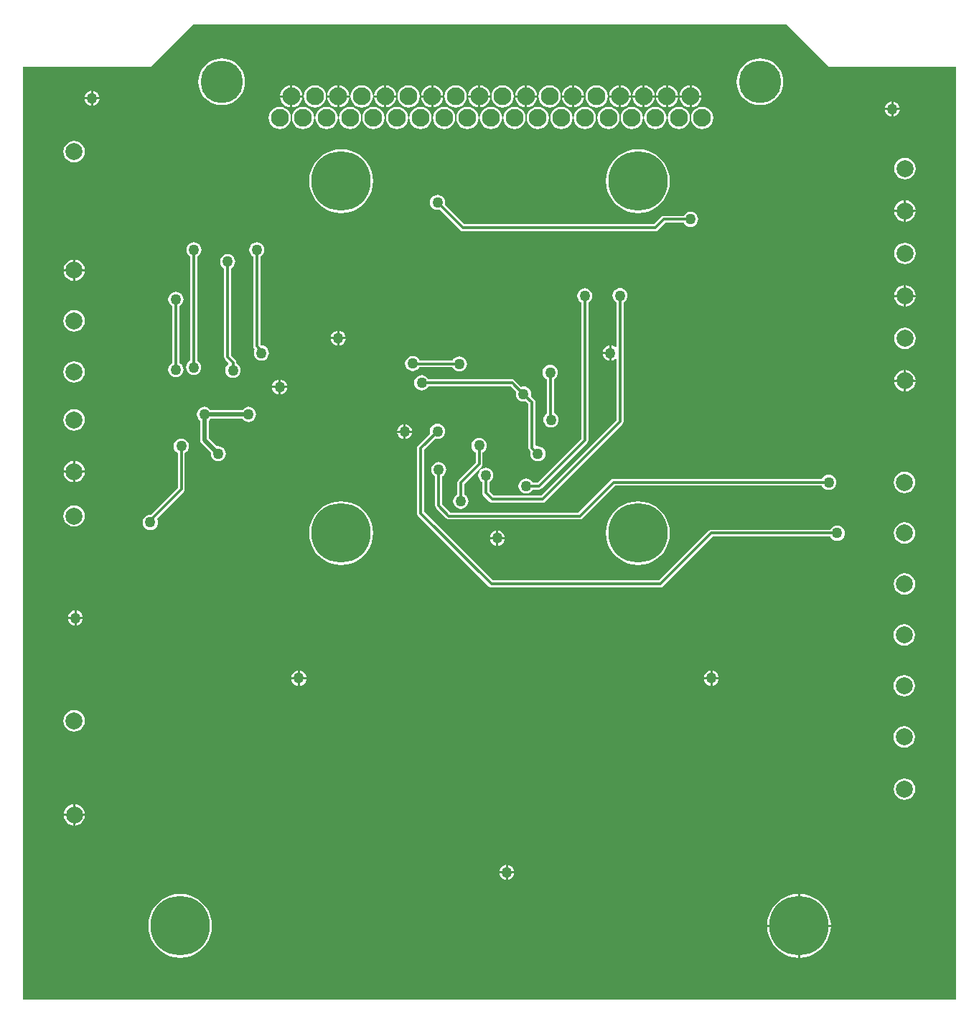
<source format=gbl>
G04*
G04 #@! TF.GenerationSoftware,Altium Limited,Altium Designer,19.0.9 (268)*
G04*
G04 Layer_Physical_Order=2*
G04 Layer_Color=16711680*
%FSLAX25Y25*%
%MOIN*%
G70*
G01*
G75*
%ADD32C,0.01181*%
%ADD33C,0.01968*%
%ADD34C,0.07874*%
%ADD35C,0.19685*%
%ADD36C,0.08268*%
%ADD37C,0.27559*%
%ADD38C,0.05000*%
G36*
X157480Y433071D02*
Y433071D01*
X216535D01*
X216535Y433071D01*
Y-0D01*
X-216535D01*
X-216535Y0D01*
Y433071D01*
X-157480D01*
X-157480Y433071D01*
X-137795Y452756D01*
Y452756D01*
X137795D01*
X157480Y433071D01*
D02*
G37*
%LPC*%
G36*
X71996Y424404D02*
Y419791D01*
X76608D01*
X76498Y420632D01*
X75981Y421880D01*
X75158Y422953D01*
X74085Y423776D01*
X72836Y424293D01*
X71996Y424404D01*
D02*
G37*
G36*
X17469D02*
Y419791D01*
X22081D01*
X21970Y420632D01*
X21453Y421880D01*
X20630Y422953D01*
X19558Y423776D01*
X18309Y424293D01*
X17469Y424404D01*
D02*
G37*
G36*
X70996Y424404D02*
X70156Y424293D01*
X68907Y423776D01*
X67835Y422953D01*
X67012Y421880D01*
X66494Y420632D01*
X66384Y419791D01*
X70996D01*
Y424404D01*
D02*
G37*
G36*
X16468D02*
X15628Y424293D01*
X14379Y423776D01*
X13307Y422953D01*
X12484Y421880D01*
X11967Y420632D01*
X11856Y419791D01*
X16468D01*
Y424404D01*
D02*
G37*
G36*
X82902Y424404D02*
Y419791D01*
X87514D01*
X87403Y420632D01*
X86886Y421880D01*
X86063Y422953D01*
X84991Y423776D01*
X83742Y424293D01*
X82902Y424404D01*
D02*
G37*
G36*
X61090D02*
Y419791D01*
X65703D01*
X65592Y420632D01*
X65075Y421880D01*
X64252Y422953D01*
X63180Y423776D01*
X61931Y424293D01*
X61090Y424404D01*
D02*
G37*
G36*
X-26154D02*
Y419791D01*
X-21541D01*
X-21652Y420632D01*
X-22169Y421880D01*
X-22992Y422953D01*
X-24064Y423776D01*
X-25313Y424293D01*
X-26154Y424404D01*
D02*
G37*
G36*
X-47965D02*
Y419791D01*
X-43352D01*
X-43463Y420632D01*
X-43980Y421880D01*
X-44803Y422953D01*
X-45875Y423776D01*
X-47124Y424293D01*
X-47965Y424404D01*
D02*
G37*
G36*
X-69776D02*
Y419791D01*
X-65163D01*
X-65274Y420632D01*
X-65791Y421880D01*
X-66614Y422953D01*
X-67686Y423776D01*
X-68935Y424293D01*
X-69776Y424404D01*
D02*
G37*
G36*
X-91587D02*
Y419791D01*
X-86974D01*
X-87085Y420632D01*
X-87602Y421880D01*
X-88425Y422953D01*
X-89498Y423776D01*
X-90746Y424293D01*
X-91587Y424404D01*
D02*
G37*
G36*
X-48965Y424404D02*
X-49805Y424293D01*
X-51054Y423776D01*
X-52126Y422953D01*
X-52949Y421880D01*
X-53466Y420632D01*
X-53577Y419791D01*
X-48965D01*
Y424404D01*
D02*
G37*
G36*
X-70776D02*
X-71616Y424293D01*
X-72865Y423776D01*
X-73937Y422953D01*
X-74760Y421880D01*
X-75277Y420632D01*
X-75388Y419791D01*
X-70776D01*
Y424404D01*
D02*
G37*
G36*
X-92587D02*
X-93427Y424293D01*
X-94676Y423776D01*
X-95748Y422953D01*
X-96571Y421880D01*
X-97088Y420632D01*
X-97199Y419791D01*
X-92587D01*
Y424404D01*
D02*
G37*
G36*
X-27154D02*
X-27994Y424293D01*
X-29243Y423776D01*
X-30315Y422953D01*
X-31138Y421880D01*
X-31655Y420632D01*
X-31766Y419791D01*
X-27154D01*
Y424404D01*
D02*
G37*
G36*
X60091D02*
X59250Y424293D01*
X58002Y423776D01*
X56929Y422953D01*
X56106Y421880D01*
X55589Y420632D01*
X55478Y419791D01*
X60091D01*
Y424404D01*
D02*
G37*
G36*
X81902D02*
X81061Y424293D01*
X79813Y423776D01*
X78740Y422953D01*
X77917Y421880D01*
X77400Y420632D01*
X77289Y419791D01*
X81902D01*
Y424404D01*
D02*
G37*
G36*
X93807Y424404D02*
Y419791D01*
X98419D01*
X98309Y420632D01*
X97791Y421880D01*
X96969Y422953D01*
X95896Y423776D01*
X94647Y424293D01*
X93807Y424404D01*
D02*
G37*
G36*
X39279D02*
Y419791D01*
X43892D01*
X43781Y420632D01*
X43264Y421880D01*
X42441Y422953D01*
X41369Y423776D01*
X40120Y424293D01*
X39279Y424404D01*
D02*
G37*
G36*
X-4343D02*
Y419791D01*
X270D01*
X159Y420632D01*
X-358Y421880D01*
X-1181Y422953D01*
X-2253Y423776D01*
X-3502Y424293D01*
X-4343Y424404D01*
D02*
G37*
G36*
X38280Y424404D02*
X37439Y424293D01*
X36191Y423776D01*
X35118Y422953D01*
X34295Y421880D01*
X33778Y420632D01*
X33667Y419791D01*
X38280D01*
Y424404D01*
D02*
G37*
G36*
X-5342D02*
X-6183Y424293D01*
X-7432Y423776D01*
X-8504Y422953D01*
X-9327Y421880D01*
X-9844Y420632D01*
X-9955Y419791D01*
X-5342D01*
Y424404D01*
D02*
G37*
G36*
X92807D02*
X91967Y424293D01*
X90718Y423776D01*
X89646Y422953D01*
X88823Y421880D01*
X88305Y420632D01*
X88195Y419791D01*
X92807D01*
Y424404D01*
D02*
G37*
G36*
X-184130Y421876D02*
Y418912D01*
X-181166D01*
X-181220Y419325D01*
X-181573Y420177D01*
X-182134Y420908D01*
X-182865Y421469D01*
X-183716Y421822D01*
X-184130Y421876D01*
D02*
G37*
G36*
X-185130D02*
X-185544Y421822D01*
X-186395Y421469D01*
X-187126Y420908D01*
X-187687Y420177D01*
X-188040Y419325D01*
X-188094Y418912D01*
X-185130D01*
Y421876D01*
D02*
G37*
G36*
X125591Y436978D02*
X123889Y436844D01*
X122230Y436446D01*
X120653Y435793D01*
X119198Y434901D01*
X117900Y433793D01*
X116792Y432495D01*
X115900Y431040D01*
X115247Y429463D01*
X114848Y427804D01*
X114715Y426102D01*
X114848Y424401D01*
X115247Y422742D01*
X115900Y421165D01*
X116792Y419710D01*
X117900Y418412D01*
X119198Y417303D01*
X120653Y416412D01*
X122230Y415759D01*
X123889Y415360D01*
X125591Y415226D01*
X127292Y415360D01*
X128951Y415759D01*
X130528Y416412D01*
X131983Y417303D01*
X133281Y418412D01*
X134389Y419710D01*
X135281Y421165D01*
X135934Y422742D01*
X136333Y424401D01*
X136467Y426102D01*
X136333Y427804D01*
X135934Y429463D01*
X135281Y431040D01*
X134389Y432495D01*
X133281Y433793D01*
X131983Y434901D01*
X130528Y435793D01*
X128951Y436446D01*
X127292Y436844D01*
X125591Y436978D01*
D02*
G37*
G36*
X-124449D02*
X-126150Y436844D01*
X-127810Y436446D01*
X-129386Y435793D01*
X-130842Y434901D01*
X-132139Y433793D01*
X-133248Y432495D01*
X-134139Y431040D01*
X-134792Y429463D01*
X-135191Y427804D01*
X-135325Y426102D01*
X-135191Y424401D01*
X-134792Y422742D01*
X-134139Y421165D01*
X-133248Y419710D01*
X-132139Y418412D01*
X-130842Y417303D01*
X-129386Y416412D01*
X-127810Y415759D01*
X-126150Y415360D01*
X-124449Y415226D01*
X-122747Y415360D01*
X-121088Y415759D01*
X-119511Y416412D01*
X-118056Y417303D01*
X-116758Y418412D01*
X-115650Y419710D01*
X-114758Y421165D01*
X-114105Y422742D01*
X-113707Y424401D01*
X-113573Y426102D01*
X-113707Y427804D01*
X-114105Y429463D01*
X-114758Y431040D01*
X-115650Y432495D01*
X-116758Y433793D01*
X-118056Y434901D01*
X-119511Y435793D01*
X-121088Y436446D01*
X-122747Y436844D01*
X-124449Y436978D01*
D02*
G37*
G36*
X-181166Y417912D02*
X-184130D01*
Y414948D01*
X-183716Y415002D01*
X-182865Y415355D01*
X-182134Y415916D01*
X-181573Y416647D01*
X-181220Y417498D01*
X-181166Y417912D01*
D02*
G37*
G36*
X-185130D02*
X-188094D01*
X-188040Y417498D01*
X-187687Y416647D01*
X-187126Y415916D01*
X-186395Y415355D01*
X-185544Y415002D01*
X-185130Y414948D01*
Y417912D01*
D02*
G37*
G36*
X-5342Y418791D02*
X-9955D01*
X-9844Y417951D01*
X-9327Y416702D01*
X-8504Y415630D01*
X-7432Y414807D01*
X-6183Y414290D01*
X-5342Y414179D01*
Y418791D01*
D02*
G37*
G36*
X38280D02*
X33667D01*
X33778Y417951D01*
X34295Y416702D01*
X35118Y415630D01*
X36191Y414807D01*
X37439Y414290D01*
X38280Y414179D01*
Y418791D01*
D02*
G37*
G36*
X92807D02*
X88195D01*
X88305Y417951D01*
X88823Y416702D01*
X89646Y415630D01*
X90718Y414807D01*
X91967Y414290D01*
X92807Y414179D01*
Y418791D01*
D02*
G37*
G36*
X-48965Y418791D02*
X-53577D01*
X-53466Y417951D01*
X-52949Y416702D01*
X-52126Y415630D01*
X-51054Y414807D01*
X-49805Y414290D01*
X-48965Y414179D01*
Y418791D01*
D02*
G37*
G36*
X-70776D02*
X-75388D01*
X-75277Y417951D01*
X-74760Y416702D01*
X-73937Y415630D01*
X-72865Y414807D01*
X-71616Y414290D01*
X-70776Y414179D01*
Y418791D01*
D02*
G37*
G36*
X-92587D02*
X-97199D01*
X-97088Y417951D01*
X-96571Y416702D01*
X-95748Y415630D01*
X-94676Y414807D01*
X-93427Y414290D01*
X-92587Y414179D01*
Y418791D01*
D02*
G37*
G36*
X81902D02*
X77289D01*
X77400Y417951D01*
X77917Y416702D01*
X78740Y415630D01*
X79813Y414807D01*
X81061Y414290D01*
X81902Y414179D01*
Y418791D01*
D02*
G37*
G36*
X60091D02*
X55478D01*
X55589Y417951D01*
X56106Y416702D01*
X56929Y415630D01*
X58002Y414807D01*
X59250Y414290D01*
X60091Y414179D01*
Y418791D01*
D02*
G37*
G36*
X-27154D02*
X-31766D01*
X-31655Y417951D01*
X-31138Y416702D01*
X-30315Y415630D01*
X-29243Y414807D01*
X-27994Y414290D01*
X-27154Y414179D01*
Y418791D01*
D02*
G37*
G36*
X70996Y418791D02*
X66384D01*
X66494Y417951D01*
X67012Y416702D01*
X67835Y415630D01*
X68907Y414807D01*
X70156Y414290D01*
X70996Y414179D01*
Y418791D01*
D02*
G37*
G36*
X16468D02*
X11856D01*
X11967Y417951D01*
X12484Y416702D01*
X13307Y415630D01*
X14379Y414807D01*
X15628Y414290D01*
X16468Y414179D01*
Y418791D01*
D02*
G37*
G36*
X22081D02*
X17469D01*
Y414179D01*
X18309Y414290D01*
X19558Y414807D01*
X20630Y415630D01*
X21453Y416702D01*
X21970Y417951D01*
X22081Y418791D01*
D02*
G37*
G36*
X76608D02*
X71996D01*
Y414179D01*
X72836Y414290D01*
X74085Y414807D01*
X75158Y415630D01*
X75981Y416702D01*
X76498Y417951D01*
X76608Y418791D01*
D02*
G37*
G36*
X87514Y418791D02*
X82902D01*
Y414179D01*
X83742Y414290D01*
X84991Y414807D01*
X86063Y415630D01*
X86886Y416702D01*
X87403Y417951D01*
X87514Y418791D01*
D02*
G37*
G36*
X65703D02*
X61090D01*
Y414179D01*
X61931Y414290D01*
X63180Y414807D01*
X64252Y415630D01*
X65075Y416702D01*
X65592Y417951D01*
X65703Y418791D01*
D02*
G37*
G36*
X-21541D02*
X-26154D01*
Y414179D01*
X-25313Y414290D01*
X-24064Y414807D01*
X-22992Y415630D01*
X-22169Y416702D01*
X-21652Y417951D01*
X-21541Y418791D01*
D02*
G37*
G36*
X-43352D02*
X-47965D01*
Y414179D01*
X-47124Y414290D01*
X-45875Y414807D01*
X-44803Y415630D01*
X-43980Y416702D01*
X-43463Y417951D01*
X-43352Y418791D01*
D02*
G37*
G36*
X-65163D02*
X-69776D01*
Y414179D01*
X-68935Y414290D01*
X-67686Y414807D01*
X-66614Y415630D01*
X-65791Y416702D01*
X-65274Y417951D01*
X-65163Y418791D01*
D02*
G37*
G36*
X-86974D02*
X-91587D01*
Y414179D01*
X-90746Y414290D01*
X-89498Y414807D01*
X-88425Y415630D01*
X-87602Y416702D01*
X-87085Y417951D01*
X-86974Y418791D01*
D02*
G37*
G36*
X98419Y418791D02*
X93807D01*
Y414179D01*
X94647Y414290D01*
X95896Y414807D01*
X96969Y415630D01*
X97791Y416702D01*
X98309Y417951D01*
X98419Y418791D01*
D02*
G37*
G36*
X43892D02*
X39279D01*
Y414179D01*
X40120Y414290D01*
X41369Y414807D01*
X42441Y415630D01*
X43264Y416702D01*
X43781Y417951D01*
X43892Y418791D01*
D02*
G37*
G36*
X270D02*
X-4343D01*
Y414179D01*
X-3502Y414290D01*
X-2253Y414807D01*
X-1181Y415630D01*
X-358Y416702D01*
X159Y417951D01*
X270Y418791D01*
D02*
G37*
G36*
X49685Y424470D02*
X48345Y424293D01*
X47096Y423776D01*
X46024Y422953D01*
X45201Y421880D01*
X44683Y420632D01*
X44507Y419291D01*
X44683Y417951D01*
X45201Y416702D01*
X46024Y415630D01*
X47096Y414807D01*
X48345Y414290D01*
X49685Y414113D01*
X51025Y414290D01*
X52274Y414807D01*
X53347Y415630D01*
X54169Y416702D01*
X54687Y417951D01*
X54863Y419291D01*
X54687Y420632D01*
X54169Y421880D01*
X53347Y422953D01*
X52274Y423776D01*
X51025Y424293D01*
X49685Y424470D01*
D02*
G37*
G36*
X27874D02*
X26534Y424293D01*
X25285Y423776D01*
X24213Y422953D01*
X23390Y421880D01*
X22872Y420632D01*
X22696Y419291D01*
X22872Y417951D01*
X23390Y416702D01*
X24213Y415630D01*
X25285Y414807D01*
X26534Y414290D01*
X27874Y414113D01*
X29214Y414290D01*
X30463Y414807D01*
X31536Y415630D01*
X32358Y416702D01*
X32876Y417951D01*
X33052Y419291D01*
X32876Y420632D01*
X32358Y421880D01*
X31536Y422953D01*
X30463Y423776D01*
X29214Y424293D01*
X27874Y424470D01*
D02*
G37*
G36*
X6063D02*
X4723Y424293D01*
X3474Y423776D01*
X2402Y422953D01*
X1579Y421880D01*
X1061Y420632D01*
X885Y419291D01*
X1061Y417951D01*
X1579Y416702D01*
X2402Y415630D01*
X3474Y414807D01*
X4723Y414290D01*
X6063Y414113D01*
X7403Y414290D01*
X8652Y414807D01*
X9725Y415630D01*
X10547Y416702D01*
X11065Y417951D01*
X11241Y419291D01*
X11065Y420632D01*
X10547Y421880D01*
X9725Y422953D01*
X8652Y423776D01*
X7403Y424293D01*
X6063Y424470D01*
D02*
G37*
G36*
X-15748D02*
X-17088Y424293D01*
X-18337Y423776D01*
X-19410Y422953D01*
X-20232Y421880D01*
X-20750Y420632D01*
X-20926Y419291D01*
X-20750Y417951D01*
X-20232Y416702D01*
X-19410Y415630D01*
X-18337Y414807D01*
X-17088Y414290D01*
X-15748Y414113D01*
X-14408Y414290D01*
X-13159Y414807D01*
X-12087Y415630D01*
X-11264Y416702D01*
X-10746Y417951D01*
X-10570Y419291D01*
X-10746Y420632D01*
X-11264Y421880D01*
X-12087Y422953D01*
X-13159Y423776D01*
X-14408Y424293D01*
X-15748Y424470D01*
D02*
G37*
G36*
X-37559D02*
X-38899Y424293D01*
X-40148Y423776D01*
X-41221Y422953D01*
X-42044Y421880D01*
X-42561Y420632D01*
X-42737Y419291D01*
X-42561Y417951D01*
X-42044Y416702D01*
X-41221Y415630D01*
X-40148Y414807D01*
X-38899Y414290D01*
X-37559Y414113D01*
X-36219Y414290D01*
X-34970Y414807D01*
X-33898Y415630D01*
X-33075Y416702D01*
X-32557Y417951D01*
X-32381Y419291D01*
X-32557Y420632D01*
X-33075Y421880D01*
X-33898Y422953D01*
X-34970Y423776D01*
X-36219Y424293D01*
X-37559Y424470D01*
D02*
G37*
G36*
X-59370D02*
X-60710Y424293D01*
X-61959Y423776D01*
X-63032Y422953D01*
X-63854Y421880D01*
X-64372Y420632D01*
X-64548Y419291D01*
X-64372Y417951D01*
X-63854Y416702D01*
X-63032Y415630D01*
X-61959Y414807D01*
X-60710Y414290D01*
X-59370Y414113D01*
X-58030Y414290D01*
X-56781Y414807D01*
X-55709Y415630D01*
X-54886Y416702D01*
X-54368Y417951D01*
X-54192Y419291D01*
X-54368Y420632D01*
X-54886Y421880D01*
X-55709Y422953D01*
X-56781Y423776D01*
X-58030Y424293D01*
X-59370Y424470D01*
D02*
G37*
G36*
X-81181D02*
X-82521Y424293D01*
X-83770Y423776D01*
X-84843Y422953D01*
X-85666Y421880D01*
X-86183Y420632D01*
X-86359Y419291D01*
X-86183Y417951D01*
X-85666Y416702D01*
X-84843Y415630D01*
X-83770Y414807D01*
X-82521Y414290D01*
X-81181Y414113D01*
X-79841Y414290D01*
X-78592Y414807D01*
X-77520Y415630D01*
X-76697Y416702D01*
X-76179Y417951D01*
X-76003Y419291D01*
X-76179Y420632D01*
X-76697Y421880D01*
X-77520Y422953D01*
X-78592Y423776D01*
X-79841Y424293D01*
X-81181Y424470D01*
D02*
G37*
G36*
X187508Y416850D02*
Y413886D01*
X190472D01*
X190418Y414299D01*
X190065Y415151D01*
X189504Y415882D01*
X188773Y416443D01*
X187922Y416796D01*
X187508Y416850D01*
D02*
G37*
G36*
X186508D02*
X186094Y416796D01*
X185243Y416443D01*
X184512Y415882D01*
X183951Y415151D01*
X183598Y414299D01*
X183544Y413886D01*
X186508D01*
Y416850D01*
D02*
G37*
G36*
X190472Y412886D02*
X187508D01*
Y409922D01*
X187922Y409976D01*
X188773Y410329D01*
X189504Y410890D01*
X190065Y411621D01*
X190418Y412472D01*
X190472Y412886D01*
D02*
G37*
G36*
X186508D02*
X183544D01*
X183598Y412472D01*
X183951Y411621D01*
X184512Y410890D01*
X185243Y410329D01*
X186094Y409976D01*
X186508Y409922D01*
Y412886D01*
D02*
G37*
G36*
X98779Y414469D02*
X97439Y414293D01*
X96191Y413776D01*
X95118Y412953D01*
X94295Y411880D01*
X93778Y410632D01*
X93601Y409291D01*
X93778Y407951D01*
X94295Y406702D01*
X95118Y405630D01*
X96191Y404807D01*
X97439Y404290D01*
X98779Y404113D01*
X100120Y404290D01*
X101369Y404807D01*
X102441Y405630D01*
X103264Y406702D01*
X103781Y407951D01*
X103958Y409291D01*
X103781Y410632D01*
X103264Y411880D01*
X102441Y412953D01*
X101369Y413776D01*
X100120Y414293D01*
X98779Y414469D01*
D02*
G37*
G36*
X87874D02*
X86534Y414293D01*
X85285Y413776D01*
X84212Y412953D01*
X83390Y411880D01*
X82872Y410632D01*
X82696Y409291D01*
X82872Y407951D01*
X83390Y406702D01*
X84212Y405630D01*
X85285Y404807D01*
X86534Y404290D01*
X87874Y404113D01*
X89214Y404290D01*
X90463Y404807D01*
X91536Y405630D01*
X92358Y406702D01*
X92876Y407951D01*
X93052Y409291D01*
X92876Y410632D01*
X92358Y411880D01*
X91536Y412953D01*
X90463Y413776D01*
X89214Y414293D01*
X87874Y414469D01*
D02*
G37*
G36*
X76968D02*
X75628Y414293D01*
X74379Y413776D01*
X73307Y412953D01*
X72484Y411880D01*
X71967Y410632D01*
X71790Y409291D01*
X71967Y407951D01*
X72484Y406702D01*
X73307Y405630D01*
X74379Y404807D01*
X75628Y404290D01*
X76968Y404113D01*
X78309Y404290D01*
X79558Y404807D01*
X80630Y405630D01*
X81453Y406702D01*
X81970Y407951D01*
X82147Y409291D01*
X81970Y410632D01*
X81453Y411880D01*
X80630Y412953D01*
X79558Y413776D01*
X78309Y414293D01*
X76968Y414469D01*
D02*
G37*
G36*
X66063D02*
X64723Y414293D01*
X63474Y413776D01*
X62401Y412953D01*
X61579Y411880D01*
X61061Y410632D01*
X60885Y409291D01*
X61061Y407951D01*
X61579Y406702D01*
X62401Y405630D01*
X63474Y404807D01*
X64723Y404290D01*
X66063Y404113D01*
X67403Y404290D01*
X68652Y404807D01*
X69725Y405630D01*
X70547Y406702D01*
X71065Y407951D01*
X71241Y409291D01*
X71065Y410632D01*
X70547Y411880D01*
X69725Y412953D01*
X68652Y413776D01*
X67403Y414293D01*
X66063Y414469D01*
D02*
G37*
G36*
X55158D02*
X53817Y414293D01*
X52568Y413776D01*
X51496Y412953D01*
X50673Y411880D01*
X50156Y410632D01*
X49979Y409291D01*
X50156Y407951D01*
X50673Y406702D01*
X51496Y405630D01*
X52568Y404807D01*
X53817Y404290D01*
X55158Y404113D01*
X56498Y404290D01*
X57747Y404807D01*
X58819Y405630D01*
X59642Y406702D01*
X60159Y407951D01*
X60336Y409291D01*
X60159Y410632D01*
X59642Y411880D01*
X58819Y412953D01*
X57747Y413776D01*
X56498Y414293D01*
X55158Y414469D01*
D02*
G37*
G36*
X44252D02*
X42912Y414293D01*
X41663Y413776D01*
X40591Y412953D01*
X39768Y411880D01*
X39250Y410632D01*
X39074Y409291D01*
X39250Y407951D01*
X39768Y406702D01*
X40591Y405630D01*
X41663Y404807D01*
X42912Y404290D01*
X44252Y404113D01*
X45592Y404290D01*
X46841Y404807D01*
X47914Y405630D01*
X48736Y406702D01*
X49254Y407951D01*
X49430Y409291D01*
X49254Y410632D01*
X48736Y411880D01*
X47914Y412953D01*
X46841Y413776D01*
X45592Y414293D01*
X44252Y414469D01*
D02*
G37*
G36*
X33347D02*
X32006Y414293D01*
X30757Y413776D01*
X29685Y412953D01*
X28862Y411880D01*
X28345Y410632D01*
X28168Y409291D01*
X28345Y407951D01*
X28862Y406702D01*
X29685Y405630D01*
X30757Y404807D01*
X32006Y404290D01*
X33347Y404113D01*
X34687Y404290D01*
X35936Y404807D01*
X37008Y405630D01*
X37831Y406702D01*
X38348Y407951D01*
X38525Y409291D01*
X38348Y410632D01*
X37831Y411880D01*
X37008Y412953D01*
X35936Y413776D01*
X34687Y414293D01*
X33347Y414469D01*
D02*
G37*
G36*
X22441D02*
X21101Y414293D01*
X19852Y413776D01*
X18779Y412953D01*
X17956Y411880D01*
X17439Y410632D01*
X17263Y409291D01*
X17439Y407951D01*
X17956Y406702D01*
X18779Y405630D01*
X19852Y404807D01*
X21101Y404290D01*
X22441Y404113D01*
X23781Y404290D01*
X25030Y404807D01*
X26103Y405630D01*
X26925Y406702D01*
X27443Y407951D01*
X27619Y409291D01*
X27443Y410632D01*
X26925Y411880D01*
X26103Y412953D01*
X25030Y413776D01*
X23781Y414293D01*
X22441Y414469D01*
D02*
G37*
G36*
X11535D02*
X10195Y414293D01*
X8946Y413776D01*
X7874Y412953D01*
X7051Y411880D01*
X6534Y410632D01*
X6357Y409291D01*
X6534Y407951D01*
X7051Y406702D01*
X7874Y405630D01*
X8946Y404807D01*
X10195Y404290D01*
X11535Y404113D01*
X12876Y404290D01*
X14124Y404807D01*
X15197Y405630D01*
X16020Y406702D01*
X16537Y407951D01*
X16714Y409291D01*
X16537Y410632D01*
X16020Y411880D01*
X15197Y412953D01*
X14124Y413776D01*
X12876Y414293D01*
X11535Y414469D01*
D02*
G37*
G36*
X630D02*
X-710Y414293D01*
X-1959Y413776D01*
X-3032Y412953D01*
X-3855Y411880D01*
X-4372Y410632D01*
X-4548Y409291D01*
X-4372Y407951D01*
X-3855Y406702D01*
X-3032Y405630D01*
X-1959Y404807D01*
X-710Y404290D01*
X630Y404113D01*
X1970Y404290D01*
X3219Y404807D01*
X4291Y405630D01*
X5114Y406702D01*
X5632Y407951D01*
X5808Y409291D01*
X5632Y410632D01*
X5114Y411880D01*
X4291Y412953D01*
X3219Y413776D01*
X1970Y414293D01*
X630Y414469D01*
D02*
G37*
G36*
X-10276D02*
X-11616Y414293D01*
X-12865Y413776D01*
X-13937Y412953D01*
X-14760Y411880D01*
X-15277Y410632D01*
X-15454Y409291D01*
X-15277Y407951D01*
X-14760Y406702D01*
X-13937Y405630D01*
X-12865Y404807D01*
X-11616Y404290D01*
X-10276Y404113D01*
X-8935Y404290D01*
X-7687Y404807D01*
X-6614Y405630D01*
X-5791Y406702D01*
X-5274Y407951D01*
X-5097Y409291D01*
X-5274Y410632D01*
X-5791Y411880D01*
X-6614Y412953D01*
X-7687Y413776D01*
X-8935Y414293D01*
X-10276Y414469D01*
D02*
G37*
G36*
X-21181D02*
X-22521Y414293D01*
X-23770Y413776D01*
X-24843Y412953D01*
X-25666Y411880D01*
X-26183Y410632D01*
X-26359Y409291D01*
X-26183Y407951D01*
X-25666Y406702D01*
X-24843Y405630D01*
X-23770Y404807D01*
X-22521Y404290D01*
X-21181Y404113D01*
X-19841Y404290D01*
X-18592Y404807D01*
X-17520Y405630D01*
X-16697Y406702D01*
X-16179Y407951D01*
X-16003Y409291D01*
X-16179Y410632D01*
X-16697Y411880D01*
X-17520Y412953D01*
X-18592Y413776D01*
X-19841Y414293D01*
X-21181Y414469D01*
D02*
G37*
G36*
X-32087D02*
X-33427Y414293D01*
X-34676Y413776D01*
X-35748Y412953D01*
X-36571Y411880D01*
X-37088Y410632D01*
X-37265Y409291D01*
X-37088Y407951D01*
X-36571Y406702D01*
X-35748Y405630D01*
X-34676Y404807D01*
X-33427Y404290D01*
X-32087Y404113D01*
X-30746Y404290D01*
X-29498Y404807D01*
X-28425Y405630D01*
X-27602Y406702D01*
X-27085Y407951D01*
X-26908Y409291D01*
X-27085Y410632D01*
X-27602Y411880D01*
X-28425Y412953D01*
X-29498Y413776D01*
X-30746Y414293D01*
X-32087Y414469D01*
D02*
G37*
G36*
X-42992D02*
X-44332Y414293D01*
X-45581Y413776D01*
X-46654Y412953D01*
X-47477Y411880D01*
X-47994Y410632D01*
X-48170Y409291D01*
X-47994Y407951D01*
X-47477Y406702D01*
X-46654Y405630D01*
X-45581Y404807D01*
X-44332Y404290D01*
X-42992Y404113D01*
X-41652Y404290D01*
X-40403Y404807D01*
X-39331Y405630D01*
X-38508Y406702D01*
X-37990Y407951D01*
X-37814Y409291D01*
X-37990Y410632D01*
X-38508Y411880D01*
X-39331Y412953D01*
X-40403Y413776D01*
X-41652Y414293D01*
X-42992Y414469D01*
D02*
G37*
G36*
X-53898D02*
X-55238Y414293D01*
X-56487Y413776D01*
X-57559Y412953D01*
X-58382Y411880D01*
X-58899Y410632D01*
X-59076Y409291D01*
X-58899Y407951D01*
X-58382Y406702D01*
X-57559Y405630D01*
X-56487Y404807D01*
X-55238Y404290D01*
X-53898Y404113D01*
X-52557Y404290D01*
X-51309Y404807D01*
X-50236Y405630D01*
X-49413Y406702D01*
X-48896Y407951D01*
X-48719Y409291D01*
X-48896Y410632D01*
X-49413Y411880D01*
X-50236Y412953D01*
X-51309Y413776D01*
X-52557Y414293D01*
X-53898Y414469D01*
D02*
G37*
G36*
X-64803D02*
X-66143Y414293D01*
X-67392Y413776D01*
X-68465Y412953D01*
X-69288Y411880D01*
X-69805Y410632D01*
X-69981Y409291D01*
X-69805Y407951D01*
X-69288Y406702D01*
X-68465Y405630D01*
X-67392Y404807D01*
X-66143Y404290D01*
X-64803Y404113D01*
X-63463Y404290D01*
X-62214Y404807D01*
X-61142Y405630D01*
X-60319Y406702D01*
X-59801Y407951D01*
X-59625Y409291D01*
X-59801Y410632D01*
X-60319Y411880D01*
X-61142Y412953D01*
X-62214Y413776D01*
X-63463Y414293D01*
X-64803Y414469D01*
D02*
G37*
G36*
X-75709D02*
X-77049Y414293D01*
X-78298Y413776D01*
X-79370Y412953D01*
X-80193Y411880D01*
X-80710Y410632D01*
X-80887Y409291D01*
X-80710Y407951D01*
X-80193Y406702D01*
X-79370Y405630D01*
X-78298Y404807D01*
X-77049Y404290D01*
X-75709Y404113D01*
X-74368Y404290D01*
X-73120Y404807D01*
X-72047Y405630D01*
X-71224Y406702D01*
X-70707Y407951D01*
X-70530Y409291D01*
X-70707Y410632D01*
X-71224Y411880D01*
X-72047Y412953D01*
X-73120Y413776D01*
X-74368Y414293D01*
X-75709Y414469D01*
D02*
G37*
G36*
X-86614D02*
X-87954Y414293D01*
X-89203Y413776D01*
X-90276Y412953D01*
X-91099Y411880D01*
X-91616Y410632D01*
X-91792Y409291D01*
X-91616Y407951D01*
X-91099Y406702D01*
X-90276Y405630D01*
X-89203Y404807D01*
X-87954Y404290D01*
X-86614Y404113D01*
X-85274Y404290D01*
X-84025Y404807D01*
X-82953Y405630D01*
X-82130Y406702D01*
X-81612Y407951D01*
X-81436Y409291D01*
X-81612Y410632D01*
X-82130Y411880D01*
X-82953Y412953D01*
X-84025Y413776D01*
X-85274Y414293D01*
X-86614Y414469D01*
D02*
G37*
G36*
X-97520D02*
X-98860Y414293D01*
X-100109Y413776D01*
X-101181Y412953D01*
X-102004Y411880D01*
X-102521Y410632D01*
X-102698Y409291D01*
X-102521Y407951D01*
X-102004Y406702D01*
X-101181Y405630D01*
X-100109Y404807D01*
X-98860Y404290D01*
X-97520Y404113D01*
X-96179Y404290D01*
X-94931Y404807D01*
X-93858Y405630D01*
X-93035Y406702D01*
X-92518Y407951D01*
X-92342Y409291D01*
X-92518Y410632D01*
X-93035Y411880D01*
X-93858Y412953D01*
X-94931Y413776D01*
X-96179Y414293D01*
X-97520Y414469D01*
D02*
G37*
G36*
X-192913Y398582D02*
X-194202Y398412D01*
X-195403Y397915D01*
X-196434Y397124D01*
X-197226Y396092D01*
X-197723Y394891D01*
X-197893Y393602D01*
X-197723Y392314D01*
X-197226Y391113D01*
X-196434Y390081D01*
X-195403Y389290D01*
X-194202Y388792D01*
X-192913Y388623D01*
X-191625Y388792D01*
X-190424Y389290D01*
X-189392Y390081D01*
X-188601Y391113D01*
X-188103Y392314D01*
X-187934Y393602D01*
X-188103Y394891D01*
X-188601Y396092D01*
X-189392Y397124D01*
X-190424Y397915D01*
X-191625Y398412D01*
X-192913Y398582D01*
D02*
G37*
G36*
X192913Y390708D02*
X191625Y390538D01*
X190424Y390041D01*
X189392Y389249D01*
X188601Y388218D01*
X188103Y387017D01*
X187934Y385728D01*
X188103Y384439D01*
X188601Y383239D01*
X189392Y382207D01*
X190424Y381416D01*
X191625Y380918D01*
X192913Y380749D01*
X194202Y380918D01*
X195403Y381416D01*
X196434Y382207D01*
X197226Y383239D01*
X197723Y384439D01*
X197893Y385728D01*
X197723Y387017D01*
X197226Y388218D01*
X196434Y389249D01*
X195403Y390041D01*
X194202Y390538D01*
X192913Y390708D01*
D02*
G37*
G36*
X193413Y370957D02*
Y366543D01*
X197827D01*
X197723Y367332D01*
X197226Y368533D01*
X196434Y369564D01*
X195403Y370356D01*
X194202Y370853D01*
X193413Y370957D01*
D02*
G37*
G36*
X192413D02*
X191625Y370853D01*
X190424Y370356D01*
X189392Y369564D01*
X188601Y368533D01*
X188103Y367332D01*
X188000Y366543D01*
X192413D01*
Y370957D01*
D02*
G37*
G36*
X68898Y394746D02*
X66579Y394564D01*
X64316Y394021D01*
X62167Y393131D01*
X60184Y391915D01*
X58415Y390404D01*
X56904Y388635D01*
X55688Y386652D01*
X54798Y384503D01*
X54255Y382240D01*
X54072Y379921D01*
X54255Y377602D01*
X54798Y375340D01*
X55688Y373191D01*
X56904Y371207D01*
X58415Y369438D01*
X60184Y367927D01*
X62167Y366712D01*
X64316Y365822D01*
X66579Y365279D01*
X68898Y365096D01*
X71217Y365279D01*
X73479Y365822D01*
X75628Y366712D01*
X77612Y367927D01*
X79381Y369438D01*
X80892Y371207D01*
X82107Y373191D01*
X82997Y375340D01*
X83540Y377602D01*
X83723Y379921D01*
X83540Y382240D01*
X82997Y384503D01*
X82107Y386652D01*
X80892Y388635D01*
X79381Y390404D01*
X77612Y391915D01*
X75628Y393131D01*
X73479Y394021D01*
X71217Y394564D01*
X68898Y394746D01*
D02*
G37*
G36*
X-68898D02*
X-71217Y394564D01*
X-73479Y394021D01*
X-75628Y393131D01*
X-77612Y391915D01*
X-79381Y390404D01*
X-80892Y388635D01*
X-82107Y386652D01*
X-82997Y384503D01*
X-83540Y382240D01*
X-83723Y379921D01*
X-83540Y377602D01*
X-82997Y375340D01*
X-82107Y373191D01*
X-80892Y371207D01*
X-79381Y369438D01*
X-77612Y367927D01*
X-75628Y366712D01*
X-73479Y365822D01*
X-71217Y365279D01*
X-68898Y365096D01*
X-66578Y365279D01*
X-64316Y365822D01*
X-62167Y366712D01*
X-60184Y367927D01*
X-58415Y369438D01*
X-56904Y371207D01*
X-55688Y373191D01*
X-54798Y375340D01*
X-54255Y377602D01*
X-54072Y379921D01*
X-54255Y382240D01*
X-54798Y384503D01*
X-55688Y386652D01*
X-56904Y388635D01*
X-58415Y390404D01*
X-60184Y391915D01*
X-62167Y393131D01*
X-64316Y394021D01*
X-66578Y394564D01*
X-68898Y394746D01*
D02*
G37*
G36*
X197827Y365543D02*
X193413D01*
Y361129D01*
X194202Y361233D01*
X195403Y361731D01*
X196434Y362522D01*
X197226Y363554D01*
X197723Y364755D01*
X197827Y365543D01*
D02*
G37*
G36*
X192413D02*
X188000D01*
X188103Y364755D01*
X188601Y363554D01*
X189392Y362522D01*
X190424Y361731D01*
X191625Y361233D01*
X192413Y361129D01*
Y365543D01*
D02*
G37*
G36*
X-24163Y373609D02*
X-25077Y373489D01*
X-25929Y373136D01*
X-26660Y372575D01*
X-27221Y371844D01*
X-27573Y370992D01*
X-27694Y370079D01*
X-27573Y369165D01*
X-27221Y368314D01*
X-26660Y367583D01*
X-25929Y367021D01*
X-25077Y366669D01*
X-24163Y366548D01*
X-23250Y366669D01*
X-23106Y366728D01*
X-13499Y357121D01*
X-12973Y356769D01*
X-12352Y356646D01*
X76968D01*
X77589Y356769D01*
X78115Y357121D01*
X81577Y360583D01*
X90191D01*
X90250Y360440D01*
X90811Y359708D01*
X91542Y359148D01*
X92393Y358795D01*
X93307Y358675D01*
X94221Y358795D01*
X95072Y359148D01*
X95803Y359708D01*
X96364Y360440D01*
X96717Y361291D01*
X96837Y362205D01*
X96717Y363118D01*
X96364Y363970D01*
X95803Y364701D01*
X95072Y365262D01*
X94221Y365615D01*
X93307Y365735D01*
X92393Y365615D01*
X91542Y365262D01*
X90811Y364701D01*
X90250Y363970D01*
X90191Y363826D01*
X80905D01*
X80285Y363703D01*
X79759Y363351D01*
X76297Y359889D01*
X-11681D01*
X-20813Y369022D01*
X-20753Y369165D01*
X-20633Y370079D01*
X-20753Y370992D01*
X-21106Y371844D01*
X-21667Y372575D01*
X-22398Y373136D01*
X-23250Y373489D01*
X-24163Y373609D01*
D02*
G37*
G36*
X192913Y351338D02*
X191625Y351168D01*
X190424Y350671D01*
X189392Y349879D01*
X188601Y348848D01*
X188103Y347647D01*
X187934Y346358D01*
X188103Y345069D01*
X188601Y343868D01*
X189392Y342837D01*
X190424Y342046D01*
X191625Y341548D01*
X192913Y341379D01*
X194202Y341548D01*
X195403Y342046D01*
X196434Y342837D01*
X197226Y343868D01*
X197723Y345069D01*
X197893Y346358D01*
X197723Y347647D01*
X197226Y348848D01*
X196434Y349879D01*
X195403Y350671D01*
X194202Y351168D01*
X192913Y351338D01*
D02*
G37*
G36*
X-192413Y343496D02*
Y339083D01*
X-188000D01*
X-188103Y339872D01*
X-188601Y341073D01*
X-189392Y342104D01*
X-190424Y342895D01*
X-191625Y343393D01*
X-192413Y343496D01*
D02*
G37*
G36*
X-193413D02*
X-194202Y343393D01*
X-195403Y342895D01*
X-196434Y342104D01*
X-197226Y341073D01*
X-197723Y339872D01*
X-197827Y339083D01*
X-193413D01*
Y343496D01*
D02*
G37*
G36*
X-188000Y338083D02*
X-192413D01*
Y333669D01*
X-191625Y333773D01*
X-190424Y334270D01*
X-189392Y335062D01*
X-188601Y336093D01*
X-188103Y337294D01*
X-188000Y338083D01*
D02*
G37*
G36*
X-193413D02*
X-197827D01*
X-197723Y337294D01*
X-197226Y336093D01*
X-196434Y335062D01*
X-195403Y334270D01*
X-194202Y333773D01*
X-193413Y333669D01*
Y338083D01*
D02*
G37*
G36*
X193413Y331587D02*
Y327173D01*
X197827D01*
X197723Y327962D01*
X197226Y329163D01*
X196434Y330194D01*
X195403Y330986D01*
X194202Y331483D01*
X193413Y331587D01*
D02*
G37*
G36*
X192413D02*
X191625Y331483D01*
X190424Y330986D01*
X189392Y330194D01*
X188601Y329163D01*
X188103Y327962D01*
X188000Y327173D01*
X192413D01*
Y331587D01*
D02*
G37*
G36*
X197827Y326173D02*
X193413D01*
Y321759D01*
X194202Y321863D01*
X195403Y322361D01*
X196434Y323152D01*
X197226Y324183D01*
X197723Y325384D01*
X197827Y326173D01*
D02*
G37*
G36*
X192413D02*
X188000D01*
X188103Y325384D01*
X188601Y324183D01*
X189392Y323152D01*
X190424Y322361D01*
X191625Y321863D01*
X192413Y321759D01*
Y326173D01*
D02*
G37*
G36*
X-192913Y320039D02*
X-194202Y319869D01*
X-195403Y319372D01*
X-196434Y318580D01*
X-197226Y317549D01*
X-197723Y316348D01*
X-197893Y315059D01*
X-197723Y313770D01*
X-197226Y312569D01*
X-196434Y311538D01*
X-195403Y310747D01*
X-194202Y310249D01*
X-192913Y310079D01*
X-191625Y310249D01*
X-190424Y310747D01*
X-189392Y311538D01*
X-188601Y312569D01*
X-188103Y313770D01*
X-187934Y315059D01*
X-188103Y316348D01*
X-188601Y317549D01*
X-189392Y318580D01*
X-190424Y319372D01*
X-191625Y319869D01*
X-192913Y320039D01*
D02*
G37*
G36*
X-69776Y310551D02*
Y307586D01*
X-66811D01*
X-66866Y308000D01*
X-67218Y308851D01*
X-67779Y309582D01*
X-68511Y310143D01*
X-69362Y310496D01*
X-69776Y310551D01*
D02*
G37*
G36*
X-70776D02*
X-71189Y310496D01*
X-72041Y310143D01*
X-72772Y309582D01*
X-73333Y308851D01*
X-73685Y308000D01*
X-73740Y307586D01*
X-70776D01*
Y310551D01*
D02*
G37*
G36*
X-66811Y306586D02*
X-69776D01*
Y303622D01*
X-69362Y303676D01*
X-68511Y304029D01*
X-67779Y304590D01*
X-67218Y305321D01*
X-66866Y306173D01*
X-66811Y306586D01*
D02*
G37*
G36*
X-70776D02*
X-73740D01*
X-73685Y306173D01*
X-73333Y305321D01*
X-72772Y304590D01*
X-72041Y304029D01*
X-71189Y303676D01*
X-70776Y303622D01*
Y306586D01*
D02*
G37*
G36*
X60591Y330302D02*
X59677Y330182D01*
X58825Y329829D01*
X58094Y329268D01*
X57533Y328537D01*
X57181Y327685D01*
X57060Y326772D01*
X57181Y325858D01*
X57533Y325007D01*
X58094Y324275D01*
X58825Y323714D01*
X58969Y323655D01*
Y302846D01*
X58469Y302701D01*
X57828Y303192D01*
X56977Y303545D01*
X56563Y303600D01*
Y300135D01*
Y296671D01*
X56977Y296725D01*
X57828Y297078D01*
X58469Y297570D01*
X58969Y297425D01*
Y268920D01*
X23954Y233905D01*
X1932D01*
X-150Y235987D01*
Y240289D01*
X-7Y240348D01*
X725Y240909D01*
X1286Y241640D01*
X1638Y242492D01*
X1759Y243406D01*
X1638Y244319D01*
X1286Y245171D01*
X725Y245902D01*
X-7Y246463D01*
X-858Y246815D01*
X-1772Y246936D01*
X-2685Y246815D01*
X-3537Y246463D01*
X-4268Y245902D01*
X-4829Y245171D01*
X-5181Y244319D01*
X-5302Y243406D01*
X-5181Y242492D01*
X-4829Y241640D01*
X-4268Y240909D01*
X-3537Y240348D01*
X-3393Y240289D01*
Y235315D01*
X-3270Y234694D01*
X-2918Y234168D01*
X113Y231137D01*
X639Y230785D01*
X1260Y230662D01*
X24626D01*
X25247Y230785D01*
X25773Y231137D01*
X61737Y267101D01*
X62089Y267627D01*
X62212Y268248D01*
Y323655D01*
X62356Y323714D01*
X63087Y324275D01*
X63648Y325007D01*
X64000Y325858D01*
X64121Y326772D01*
X64000Y327685D01*
X63648Y328537D01*
X63087Y329268D01*
X62356Y329829D01*
X61504Y330182D01*
X60591Y330302D01*
D02*
G37*
G36*
X192913Y311968D02*
X191625Y311798D01*
X190424Y311301D01*
X189392Y310509D01*
X188601Y309478D01*
X188103Y308277D01*
X187934Y306988D01*
X188103Y305699D01*
X188601Y304498D01*
X189392Y303467D01*
X190424Y302676D01*
X191625Y302178D01*
X192913Y302009D01*
X194202Y302178D01*
X195403Y302676D01*
X196434Y303467D01*
X197226Y304498D01*
X197723Y305699D01*
X197893Y306988D01*
X197723Y308277D01*
X197226Y309478D01*
X196434Y310509D01*
X195403Y311301D01*
X194202Y311798D01*
X192913Y311968D01*
D02*
G37*
G36*
X55563Y303600D02*
X55149Y303545D01*
X54298Y303192D01*
X53567Y302631D01*
X53006Y301900D01*
X52653Y301049D01*
X52599Y300635D01*
X55563D01*
Y303600D01*
D02*
G37*
G36*
Y299635D02*
X52599D01*
X52653Y299222D01*
X53006Y298370D01*
X53567Y297639D01*
X54298Y297078D01*
X55149Y296725D01*
X55563Y296671D01*
Y299635D01*
D02*
G37*
G36*
X-108110Y351562D02*
X-109024Y351442D01*
X-109875Y351090D01*
X-110606Y350529D01*
X-111168Y349797D01*
X-111520Y348946D01*
X-111640Y348032D01*
X-111520Y347119D01*
X-111168Y346267D01*
X-110606Y345536D01*
X-109875Y344975D01*
X-109732Y344916D01*
Y303334D01*
X-109608Y302713D01*
X-109257Y302187D01*
X-108988Y301919D01*
X-109002Y301900D01*
X-109355Y301049D01*
X-109475Y300135D01*
X-109355Y299222D01*
X-109002Y298370D01*
X-108441Y297639D01*
X-107710Y297078D01*
X-106859Y296725D01*
X-105945Y296605D01*
X-105031Y296725D01*
X-104180Y297078D01*
X-103449Y297639D01*
X-102888Y298370D01*
X-102535Y299222D01*
X-102415Y300135D01*
X-102535Y301049D01*
X-102888Y301900D01*
X-103449Y302631D01*
X-104180Y303192D01*
X-105031Y303545D01*
X-105945Y303665D01*
X-106125Y303642D01*
X-106489Y304006D01*
Y344916D01*
X-106345Y344975D01*
X-105614Y345536D01*
X-105053Y346267D01*
X-104700Y347119D01*
X-104580Y348032D01*
X-104700Y348946D01*
X-105053Y349797D01*
X-105614Y350529D01*
X-106345Y351090D01*
X-107196Y351442D01*
X-108110Y351562D01*
D02*
G37*
G36*
X-35669Y298806D02*
X-36583Y298686D01*
X-37434Y298333D01*
X-38166Y297772D01*
X-38726Y297041D01*
X-39079Y296189D01*
X-39199Y295276D01*
X-39079Y294362D01*
X-38726Y293511D01*
X-38166Y292779D01*
X-37434Y292218D01*
X-36583Y291866D01*
X-35669Y291745D01*
X-34756Y291866D01*
X-33904Y292218D01*
X-33173Y292779D01*
X-32612Y293511D01*
X-32597Y293546D01*
X-17205D01*
X-17100Y293294D01*
X-16540Y292563D01*
X-15808Y292002D01*
X-14957Y291649D01*
X-14043Y291529D01*
X-13130Y291649D01*
X-12278Y292002D01*
X-11547Y292563D01*
X-10986Y293294D01*
X-10633Y294145D01*
X-10513Y295059D01*
X-10633Y295973D01*
X-10986Y296824D01*
X-11547Y297555D01*
X-12278Y298116D01*
X-13130Y298469D01*
X-14043Y298589D01*
X-14957Y298469D01*
X-15808Y298116D01*
X-16540Y297555D01*
X-17100Y296824D01*
X-17115Y296789D01*
X-32508D01*
X-32612Y297041D01*
X-33173Y297772D01*
X-33904Y298333D01*
X-34756Y298686D01*
X-35669Y298806D01*
D02*
G37*
G36*
X-137324Y351601D02*
X-138238Y351481D01*
X-139090Y351128D01*
X-139821Y350567D01*
X-140382Y349836D01*
X-140734Y348985D01*
X-140855Y348071D01*
X-140734Y347157D01*
X-140382Y346306D01*
X-139821Y345575D01*
X-139090Y345014D01*
X-138985Y344970D01*
Y296643D01*
X-139167Y296568D01*
X-139898Y296007D01*
X-140459Y295276D01*
X-140812Y294424D01*
X-140932Y293511D01*
X-140812Y292597D01*
X-140459Y291745D01*
X-139898Y291014D01*
X-139167Y290453D01*
X-138315Y290101D01*
X-137402Y289980D01*
X-136488Y290101D01*
X-135636Y290453D01*
X-134905Y291014D01*
X-134344Y291745D01*
X-133992Y292597D01*
X-133871Y293511D01*
X-133992Y294424D01*
X-134344Y295276D01*
X-134905Y296007D01*
X-135636Y296568D01*
X-135741Y296611D01*
Y344938D01*
X-135559Y345014D01*
X-134828Y345575D01*
X-134267Y346306D01*
X-133914Y347157D01*
X-133794Y348071D01*
X-133914Y348985D01*
X-134267Y349836D01*
X-134828Y350567D01*
X-135559Y351128D01*
X-136411Y351481D01*
X-137324Y351601D01*
D02*
G37*
G36*
X-145669Y328589D02*
X-146583Y328469D01*
X-147434Y328116D01*
X-148166Y327555D01*
X-148726Y326824D01*
X-149079Y325973D01*
X-149199Y325059D01*
X-149079Y324145D01*
X-148726Y323294D01*
X-148166Y322563D01*
X-147434Y322002D01*
X-147291Y321942D01*
Y295539D01*
X-147434Y295479D01*
X-148166Y294918D01*
X-148726Y294187D01*
X-149079Y293336D01*
X-149199Y292422D01*
X-149079Y291509D01*
X-148726Y290657D01*
X-148166Y289926D01*
X-147434Y289365D01*
X-146583Y289012D01*
X-145669Y288892D01*
X-144756Y289012D01*
X-143904Y289365D01*
X-143173Y289926D01*
X-142612Y290657D01*
X-142259Y291509D01*
X-142139Y292422D01*
X-142259Y293336D01*
X-142612Y294187D01*
X-143173Y294918D01*
X-143904Y295479D01*
X-144048Y295539D01*
Y321942D01*
X-143904Y322002D01*
X-143173Y322563D01*
X-142612Y323294D01*
X-142259Y324145D01*
X-142139Y325059D01*
X-142259Y325973D01*
X-142612Y326824D01*
X-143173Y327555D01*
X-143904Y328116D01*
X-144756Y328469D01*
X-145669Y328589D01*
D02*
G37*
G36*
X-121654Y346049D02*
X-122567Y345929D01*
X-123419Y345577D01*
X-124150Y345016D01*
X-124711Y344284D01*
X-125064Y343433D01*
X-125184Y342519D01*
X-125064Y341606D01*
X-124711Y340754D01*
X-124150Y340023D01*
X-123419Y339462D01*
X-123275Y339403D01*
Y298232D01*
X-123152Y297611D01*
X-122800Y297085D01*
X-121291Y295575D01*
X-121334Y294912D01*
X-121689Y294639D01*
X-122250Y293908D01*
X-122603Y293057D01*
X-122723Y292143D01*
X-122603Y291230D01*
X-122250Y290378D01*
X-121689Y289647D01*
X-120958Y289086D01*
X-120107Y288733D01*
X-119193Y288613D01*
X-118279Y288733D01*
X-117428Y289086D01*
X-116697Y289647D01*
X-116136Y290378D01*
X-115783Y291230D01*
X-115663Y292143D01*
X-115783Y293057D01*
X-116136Y293908D01*
X-116697Y294639D01*
X-117428Y295200D01*
X-117571Y295260D01*
Y295771D01*
X-117695Y296391D01*
X-118046Y296918D01*
X-120032Y298903D01*
Y339403D01*
X-119889Y339462D01*
X-119158Y340023D01*
X-118596Y340754D01*
X-118244Y341606D01*
X-118123Y342519D01*
X-118244Y343433D01*
X-118596Y344284D01*
X-119158Y345016D01*
X-119889Y345577D01*
X-120740Y345929D01*
X-121654Y346049D01*
D02*
G37*
G36*
X193413Y292217D02*
Y287803D01*
X197827D01*
X197723Y288592D01*
X197226Y289793D01*
X196434Y290824D01*
X195403Y291616D01*
X194202Y292113D01*
X193413Y292217D01*
D02*
G37*
G36*
X192413D02*
X191625Y292113D01*
X190424Y291616D01*
X189392Y290824D01*
X188601Y289793D01*
X188103Y288592D01*
X188000Y287803D01*
X192413D01*
Y292217D01*
D02*
G37*
G36*
X-192913Y296318D02*
X-194202Y296148D01*
X-195403Y295651D01*
X-196434Y294860D01*
X-197226Y293828D01*
X-197723Y292627D01*
X-197893Y291339D01*
X-197723Y290050D01*
X-197226Y288849D01*
X-196434Y287818D01*
X-195403Y287026D01*
X-194202Y286529D01*
X-192913Y286359D01*
X-191625Y286529D01*
X-190424Y287026D01*
X-189392Y287818D01*
X-188601Y288849D01*
X-188103Y290050D01*
X-187934Y291339D01*
X-188103Y292627D01*
X-188601Y293828D01*
X-189392Y294860D01*
X-190424Y295651D01*
X-191625Y296148D01*
X-192913Y296318D01*
D02*
G37*
G36*
X-97020Y287876D02*
Y284911D01*
X-94055D01*
X-94110Y285325D01*
X-94462Y286176D01*
X-95023Y286908D01*
X-95755Y287469D01*
X-96606Y287821D01*
X-97020Y287876D01*
D02*
G37*
G36*
X-98020D02*
X-98433Y287821D01*
X-99285Y287469D01*
X-100016Y286908D01*
X-100577Y286176D01*
X-100930Y285325D01*
X-100984Y284911D01*
X-98020D01*
Y287876D01*
D02*
G37*
G36*
X197827Y286803D02*
X193413D01*
Y282389D01*
X194202Y282493D01*
X195403Y282991D01*
X196434Y283782D01*
X197226Y284813D01*
X197723Y286014D01*
X197827Y286803D01*
D02*
G37*
G36*
X192413D02*
X188000D01*
X188103Y286014D01*
X188601Y284813D01*
X189392Y283782D01*
X190424Y282991D01*
X191625Y282493D01*
X192413Y282389D01*
Y286803D01*
D02*
G37*
G36*
X-94055Y283911D02*
X-97020D01*
Y280947D01*
X-96606Y281001D01*
X-95755Y281354D01*
X-95023Y281915D01*
X-94462Y282646D01*
X-94110Y283498D01*
X-94055Y283911D01*
D02*
G37*
G36*
X-98020D02*
X-100984D01*
X-100930Y283498D01*
X-100577Y282646D01*
X-100016Y281915D01*
X-99285Y281354D01*
X-98433Y281001D01*
X-98020Y280947D01*
Y283911D01*
D02*
G37*
G36*
X-111949Y275184D02*
X-112863Y275064D01*
X-113714Y274711D01*
X-114445Y274150D01*
X-114808Y273677D01*
X-129562D01*
X-129925Y274150D01*
X-130656Y274711D01*
X-131508Y275063D01*
X-132421Y275184D01*
X-133335Y275063D01*
X-134186Y274711D01*
X-134917Y274150D01*
X-135478Y273419D01*
X-135831Y272567D01*
X-135951Y271654D01*
X-135831Y270740D01*
X-135478Y269888D01*
X-134917Y269157D01*
X-134444Y268794D01*
Y259842D01*
X-134290Y259068D01*
X-133852Y258412D01*
X-129437Y253997D01*
X-129515Y253405D01*
X-129394Y252492D01*
X-129042Y251640D01*
X-128481Y250909D01*
X-127749Y250348D01*
X-126898Y249996D01*
X-125984Y249875D01*
X-125071Y249996D01*
X-124219Y250348D01*
X-123488Y250909D01*
X-122927Y251640D01*
X-122574Y252492D01*
X-122454Y253405D01*
X-122574Y254319D01*
X-122927Y255171D01*
X-123488Y255902D01*
X-124219Y256463D01*
X-125071Y256815D01*
X-125984Y256936D01*
X-126576Y256858D01*
X-130398Y260681D01*
Y268794D01*
X-129925Y269157D01*
X-129562Y269631D01*
X-114808D01*
X-114445Y269158D01*
X-113714Y268597D01*
X-112863Y268244D01*
X-111949Y268124D01*
X-111035Y268244D01*
X-110184Y268597D01*
X-109453Y269158D01*
X-108892Y269889D01*
X-108539Y270740D01*
X-108419Y271654D01*
X-108539Y272567D01*
X-108892Y273419D01*
X-109453Y274150D01*
X-110184Y274711D01*
X-111035Y275064D01*
X-111949Y275184D01*
D02*
G37*
G36*
X28179Y294690D02*
X27265Y294569D01*
X26414Y294217D01*
X25683Y293656D01*
X25122Y292925D01*
X24769Y292073D01*
X24649Y291160D01*
X24769Y290246D01*
X25122Y289394D01*
X25683Y288663D01*
X26414Y288102D01*
X26739Y287967D01*
Y272181D01*
X26047Y271650D01*
X25486Y270919D01*
X25133Y270067D01*
X25013Y269153D01*
X25133Y268240D01*
X25486Y267388D01*
X26047Y266657D01*
X26778Y266096D01*
X27630Y265744D01*
X28543Y265623D01*
X29457Y265744D01*
X30308Y266096D01*
X31040Y266657D01*
X31601Y267388D01*
X31953Y268240D01*
X32074Y269153D01*
X31953Y270067D01*
X31601Y270919D01*
X31040Y271650D01*
X30308Y272211D01*
X29983Y272346D01*
Y288132D01*
X30675Y288663D01*
X31236Y289394D01*
X31589Y290246D01*
X31709Y291160D01*
X31589Y292073D01*
X31236Y292925D01*
X30675Y293656D01*
X29944Y294217D01*
X29093Y294569D01*
X28179Y294690D01*
D02*
G37*
G36*
X-192913Y274133D02*
X-194202Y273963D01*
X-195403Y273466D01*
X-196434Y272675D01*
X-197226Y271643D01*
X-197723Y270442D01*
X-197893Y269153D01*
X-197723Y267865D01*
X-197226Y266664D01*
X-196434Y265632D01*
X-195403Y264841D01*
X-194202Y264344D01*
X-192913Y264174D01*
X-191625Y264344D01*
X-190424Y264841D01*
X-189392Y265632D01*
X-188601Y266664D01*
X-188103Y267865D01*
X-187934Y269153D01*
X-188103Y270442D01*
X-188601Y271643D01*
X-189392Y272675D01*
X-190424Y273466D01*
X-191625Y273963D01*
X-192913Y274133D01*
D02*
G37*
G36*
X-38949Y267133D02*
Y264169D01*
X-35984D01*
X-36039Y264583D01*
X-36391Y265434D01*
X-36952Y266165D01*
X-37684Y266726D01*
X-38535Y267079D01*
X-38949Y267133D01*
D02*
G37*
G36*
X-39949D02*
X-40362Y267079D01*
X-41214Y266726D01*
X-41945Y266165D01*
X-42506Y265434D01*
X-42859Y264583D01*
X-42913Y264169D01*
X-39949D01*
Y267133D01*
D02*
G37*
G36*
X-24163Y267310D02*
X-25077Y267189D01*
X-25929Y266837D01*
X-26660Y266276D01*
X-27221Y265545D01*
X-27573Y264693D01*
X-27694Y263779D01*
X-27573Y262866D01*
X-27514Y262722D01*
X-33233Y257003D01*
X-33585Y256477D01*
X-33708Y255856D01*
Y225840D01*
X-33585Y225219D01*
X-33233Y224693D01*
X-307Y191767D01*
X219Y191415D01*
X840Y191292D01*
X33346D01*
X33347Y191292D01*
X79381D01*
X80001Y191415D01*
X80527Y191767D01*
X103674Y214914D01*
X158301D01*
X158360Y214770D01*
X158921Y214039D01*
X159652Y213478D01*
X160504Y213125D01*
X161417Y213005D01*
X162331Y213125D01*
X163182Y213478D01*
X163914Y214039D01*
X164475Y214770D01*
X164827Y215622D01*
X164947Y216535D01*
X164827Y217449D01*
X164475Y218301D01*
X163914Y219032D01*
X163182Y219593D01*
X162331Y219945D01*
X161417Y220066D01*
X160504Y219945D01*
X159652Y219593D01*
X158921Y219032D01*
X158360Y218301D01*
X158301Y218157D01*
X103003D01*
X102382Y218034D01*
X101856Y217682D01*
X78709Y194535D01*
X33347D01*
X33347Y194535D01*
X1512D01*
X-30465Y226512D01*
Y255185D01*
X-25220Y260429D01*
X-25077Y260370D01*
X-24163Y260249D01*
X-23250Y260370D01*
X-22398Y260722D01*
X-21667Y261283D01*
X-21106Y262014D01*
X-20753Y262866D01*
X-20633Y263779D01*
X-20753Y264693D01*
X-21106Y265545D01*
X-21667Y266276D01*
X-22398Y266837D01*
X-23250Y267189D01*
X-24163Y267310D01*
D02*
G37*
G36*
X-35984Y263169D02*
X-38949D01*
Y260205D01*
X-38535Y260259D01*
X-37684Y260612D01*
X-36952Y261173D01*
X-36391Y261904D01*
X-36039Y262755D01*
X-35984Y263169D01*
D02*
G37*
G36*
X-39949D02*
X-42913D01*
X-42859Y262755D01*
X-42506Y261904D01*
X-41945Y261173D01*
X-41214Y260612D01*
X-40362Y260259D01*
X-39949Y260205D01*
Y263169D01*
D02*
G37*
G36*
X-31496Y289851D02*
X-32410Y289731D01*
X-33261Y289378D01*
X-33992Y288817D01*
X-34553Y288086D01*
X-34906Y287234D01*
X-35026Y286321D01*
X-34906Y285407D01*
X-34553Y284556D01*
X-33992Y283825D01*
X-33261Y283264D01*
X-32410Y282911D01*
X-31496Y282791D01*
X-30582Y282911D01*
X-29731Y283264D01*
X-29000Y283825D01*
X-28439Y284556D01*
X-28379Y284699D01*
X9876D01*
X12398Y282177D01*
X12338Y282034D01*
X12218Y281120D01*
X12338Y280207D01*
X12691Y279355D01*
X13252Y278624D01*
X13983Y278063D01*
X14834Y277711D01*
X15748Y277590D01*
X16662Y277711D01*
X16805Y277770D01*
X18063Y276512D01*
Y256161D01*
X18187Y255541D01*
X18538Y255015D01*
X19091Y254463D01*
X19031Y254319D01*
X18911Y253405D01*
X19031Y252492D01*
X19384Y251640D01*
X19945Y250909D01*
X20676Y250348D01*
X21527Y249996D01*
X22441Y249875D01*
X23355Y249996D01*
X24206Y250348D01*
X24937Y250909D01*
X25498Y251640D01*
X25851Y252492D01*
X25971Y253405D01*
X25851Y254319D01*
X25498Y255171D01*
X24937Y255902D01*
X24206Y256463D01*
X23355Y256815D01*
X22441Y256936D01*
X21807Y256852D01*
X21340Y257197D01*
X21307Y257265D01*
Y277184D01*
X21183Y277804D01*
X20832Y278330D01*
X19098Y280063D01*
X19158Y280207D01*
X19278Y281120D01*
X19158Y282034D01*
X18805Y282886D01*
X18244Y283617D01*
X17513Y284178D01*
X16662Y284530D01*
X15748Y284651D01*
X14834Y284530D01*
X14691Y284471D01*
X11694Y287468D01*
X11168Y287819D01*
X10548Y287943D01*
X-28379D01*
X-28439Y288086D01*
X-29000Y288817D01*
X-29731Y289378D01*
X-30582Y289731D01*
X-31496Y289851D01*
D02*
G37*
G36*
X-192413Y250044D02*
Y245630D01*
X-188000D01*
X-188103Y246419D01*
X-188601Y247620D01*
X-189392Y248651D01*
X-190424Y249442D01*
X-191625Y249940D01*
X-192413Y250044D01*
D02*
G37*
G36*
X-193413D02*
X-194202Y249940D01*
X-195403Y249442D01*
X-196434Y248651D01*
X-197226Y247620D01*
X-197723Y246419D01*
X-197827Y245630D01*
X-193413D01*
Y250044D01*
D02*
G37*
G36*
X-188000Y244630D02*
X-192413D01*
Y240216D01*
X-191625Y240320D01*
X-190424Y240817D01*
X-189392Y241609D01*
X-188601Y242640D01*
X-188103Y243841D01*
X-188000Y244630D01*
D02*
G37*
G36*
X-193413D02*
X-197827D01*
X-197723Y243841D01*
X-197226Y242640D01*
X-196434Y241609D01*
X-195403Y240817D01*
X-194202Y240320D01*
X-193413Y240216D01*
Y244630D01*
D02*
G37*
G36*
X44252Y330203D02*
X43338Y330083D01*
X42487Y329731D01*
X41756Y329170D01*
X41195Y328438D01*
X40842Y327587D01*
X40722Y326673D01*
X40842Y325760D01*
X41195Y324908D01*
X41756Y324177D01*
X42487Y323616D01*
X42630Y323557D01*
Y260239D01*
X22419Y240027D01*
X20085D01*
X20026Y240171D01*
X19465Y240902D01*
X18734Y241463D01*
X17882Y241815D01*
X16969Y241936D01*
X16055Y241815D01*
X15203Y241463D01*
X14472Y240902D01*
X13911Y240171D01*
X13559Y239319D01*
X13438Y238405D01*
X13559Y237492D01*
X13911Y236640D01*
X14472Y235909D01*
X15203Y235348D01*
X16055Y234996D01*
X16969Y234875D01*
X17882Y234996D01*
X18734Y235348D01*
X19465Y235909D01*
X20026Y236640D01*
X20085Y236784D01*
X23091D01*
X23711Y236907D01*
X24237Y237259D01*
X45399Y258420D01*
X45750Y258946D01*
X45874Y259567D01*
Y323557D01*
X46017Y323616D01*
X46748Y324177D01*
X47309Y324908D01*
X47662Y325760D01*
X47782Y326673D01*
X47662Y327587D01*
X47309Y328438D01*
X46748Y329170D01*
X46017Y329731D01*
X45166Y330083D01*
X44252Y330203D01*
D02*
G37*
G36*
X-23622Y249534D02*
X-24536Y249414D01*
X-25387Y249061D01*
X-26118Y248500D01*
X-26679Y247769D01*
X-27032Y246918D01*
X-27152Y246004D01*
X-27032Y245090D01*
X-26679Y244239D01*
X-26118Y243508D01*
X-25387Y242947D01*
X-25244Y242887D01*
Y229252D01*
X-25120Y228631D01*
X-24769Y228105D01*
X-20025Y223361D01*
X-19499Y223010D01*
X-18878Y222886D01*
X41910D01*
X42530Y223010D01*
X43056Y223361D01*
X58231Y238536D01*
X154364D01*
X154423Y238392D01*
X154984Y237661D01*
X155715Y237100D01*
X156567Y236748D01*
X157480Y236627D01*
X158394Y236748D01*
X159245Y237100D01*
X159976Y237661D01*
X160538Y238392D01*
X160890Y239244D01*
X161011Y240158D01*
X160890Y241071D01*
X160538Y241923D01*
X159976Y242654D01*
X159245Y243215D01*
X158394Y243567D01*
X157480Y243688D01*
X156567Y243567D01*
X155715Y243215D01*
X154984Y242654D01*
X154423Y241923D01*
X154364Y241779D01*
X57559D01*
X56938Y241656D01*
X56412Y241304D01*
X41238Y226130D01*
X-18206D01*
X-22000Y229924D01*
Y242887D01*
X-21857Y242947D01*
X-21126Y243508D01*
X-20565Y244239D01*
X-20212Y245090D01*
X-20092Y246004D01*
X-20212Y246918D01*
X-20565Y247769D01*
X-21126Y248500D01*
X-21857Y249061D01*
X-22708Y249414D01*
X-23622Y249534D01*
D02*
G37*
G36*
X192717Y245137D02*
X191428Y244967D01*
X190227Y244470D01*
X189195Y243679D01*
X188404Y242647D01*
X187907Y241446D01*
X187737Y240158D01*
X187907Y238869D01*
X188404Y237668D01*
X189195Y236636D01*
X190227Y235845D01*
X191428Y235348D01*
X192717Y235178D01*
X194005Y235348D01*
X195206Y235845D01*
X196238Y236636D01*
X197029Y237668D01*
X197527Y238869D01*
X197696Y240158D01*
X197527Y241446D01*
X197029Y242647D01*
X196238Y243679D01*
X195206Y244470D01*
X194005Y244967D01*
X192717Y245137D01*
D02*
G37*
G36*
X-4843Y260727D02*
X-5756Y260607D01*
X-6608Y260254D01*
X-7339Y259693D01*
X-7900Y258962D01*
X-8252Y258110D01*
X-8373Y257197D01*
X-8252Y256283D01*
X-7900Y255432D01*
X-7339Y254700D01*
X-6608Y254139D01*
X-6464Y254080D01*
Y249206D01*
X-14501Y241170D01*
X-14852Y240643D01*
X-14976Y240023D01*
Y234477D01*
X-15119Y234418D01*
X-15850Y233857D01*
X-16411Y233126D01*
X-16764Y232274D01*
X-16884Y231361D01*
X-16764Y230447D01*
X-16411Y229596D01*
X-15850Y228864D01*
X-15119Y228303D01*
X-14268Y227951D01*
X-13354Y227831D01*
X-12441Y227951D01*
X-11589Y228303D01*
X-10858Y228864D01*
X-10297Y229596D01*
X-9944Y230447D01*
X-9824Y231361D01*
X-9944Y232274D01*
X-10297Y233126D01*
X-10858Y233857D01*
X-11589Y234418D01*
X-11733Y234477D01*
Y239351D01*
X-3696Y247388D01*
X-3344Y247914D01*
X-3221Y248534D01*
Y254080D01*
X-3077Y254139D01*
X-2346Y254700D01*
X-1785Y255432D01*
X-1433Y256283D01*
X-1312Y257197D01*
X-1433Y258110D01*
X-1785Y258962D01*
X-2346Y259693D01*
X-3077Y260254D01*
X-3929Y260607D01*
X-4843Y260727D01*
D02*
G37*
G36*
X-143173Y260466D02*
X-144087Y260346D01*
X-144938Y259993D01*
X-145669Y259432D01*
X-146230Y258701D01*
X-146583Y257849D01*
X-146703Y256936D01*
X-146583Y256022D01*
X-146230Y255171D01*
X-145669Y254439D01*
X-144938Y253878D01*
X-144795Y253819D01*
Y237588D01*
X-157362Y225021D01*
X-157571Y225048D01*
X-158484Y224928D01*
X-159336Y224575D01*
X-160067Y224014D01*
X-160628Y223283D01*
X-160981Y222432D01*
X-161101Y221518D01*
X-160981Y220604D01*
X-160628Y219753D01*
X-160067Y219022D01*
X-159336Y218461D01*
X-158484Y218108D01*
X-157571Y217988D01*
X-156657Y218108D01*
X-155806Y218461D01*
X-155075Y219022D01*
X-154514Y219753D01*
X-154161Y220604D01*
X-154041Y221518D01*
X-154161Y222432D01*
X-154513Y223282D01*
X-142026Y235769D01*
X-141675Y236295D01*
X-141551Y236916D01*
Y253819D01*
X-141408Y253878D01*
X-140677Y254439D01*
X-140116Y255171D01*
X-139763Y256022D01*
X-139643Y256936D01*
X-139763Y257849D01*
X-140116Y258701D01*
X-140677Y259432D01*
X-141408Y259993D01*
X-142259Y260346D01*
X-143173Y260466D01*
D02*
G37*
G36*
X-192913Y229487D02*
X-194202Y229318D01*
X-195403Y228820D01*
X-196434Y228029D01*
X-197226Y226998D01*
X-197723Y225797D01*
X-197893Y224508D01*
X-197723Y223219D01*
X-197226Y222018D01*
X-196434Y220987D01*
X-195403Y220195D01*
X-194202Y219698D01*
X-192913Y219528D01*
X-191625Y219698D01*
X-190424Y220195D01*
X-189392Y220987D01*
X-188601Y222018D01*
X-188103Y223219D01*
X-187934Y224508D01*
X-188103Y225797D01*
X-188601Y226998D01*
X-189392Y228029D01*
X-190424Y228820D01*
X-191625Y229318D01*
X-192913Y229487D01*
D02*
G37*
G36*
X4122Y217681D02*
Y214716D01*
X7086D01*
X7032Y215130D01*
X6679Y215981D01*
X6118Y216712D01*
X5387Y217273D01*
X4536Y217626D01*
X4122Y217681D01*
D02*
G37*
G36*
X3122D02*
X2708Y217626D01*
X1857Y217273D01*
X1126Y216712D01*
X565Y215981D01*
X212Y215130D01*
X158Y214716D01*
X3122D01*
Y217681D01*
D02*
G37*
G36*
X192717Y221515D02*
X191428Y221345D01*
X190227Y220848D01*
X189195Y220057D01*
X188404Y219025D01*
X187907Y217824D01*
X187737Y216535D01*
X187907Y215247D01*
X188404Y214046D01*
X189195Y213014D01*
X190227Y212223D01*
X191428Y211725D01*
X192717Y211556D01*
X194005Y211725D01*
X195206Y212223D01*
X196238Y213014D01*
X197029Y214046D01*
X197527Y215247D01*
X197696Y216535D01*
X197527Y217824D01*
X197029Y219025D01*
X196238Y220057D01*
X195206Y220848D01*
X194005Y221345D01*
X192717Y221515D01*
D02*
G37*
G36*
X7086Y213716D02*
X4122D01*
Y210752D01*
X4536Y210806D01*
X5387Y211159D01*
X6118Y211720D01*
X6679Y212451D01*
X7032Y213303D01*
X7086Y213716D01*
D02*
G37*
G36*
X3122D02*
X158D01*
X212Y213303D01*
X565Y212451D01*
X1126Y211720D01*
X1857Y211159D01*
X2708Y210806D01*
X3122Y210752D01*
Y213716D01*
D02*
G37*
G36*
X68898Y231361D02*
X66579Y231178D01*
X64316Y230635D01*
X62167Y229745D01*
X60184Y228529D01*
X58415Y227018D01*
X56904Y225250D01*
X55688Y223266D01*
X54798Y221117D01*
X54255Y218855D01*
X54072Y216535D01*
X54255Y214216D01*
X54798Y211954D01*
X55688Y209805D01*
X56904Y207821D01*
X58415Y206052D01*
X60184Y204542D01*
X62167Y203326D01*
X64316Y202436D01*
X66579Y201893D01*
X68898Y201710D01*
X71217Y201893D01*
X73479Y202436D01*
X75628Y203326D01*
X77612Y204542D01*
X79381Y206052D01*
X80892Y207821D01*
X82107Y209805D01*
X82997Y211954D01*
X83540Y214216D01*
X83723Y216535D01*
X83540Y218855D01*
X82997Y221117D01*
X82107Y223266D01*
X80892Y225250D01*
X79381Y227018D01*
X77612Y228529D01*
X75628Y229745D01*
X73479Y230635D01*
X71217Y231178D01*
X68898Y231361D01*
D02*
G37*
G36*
X-68898D02*
X-71217Y231178D01*
X-73479Y230635D01*
X-75628Y229745D01*
X-77612Y228529D01*
X-79381Y227018D01*
X-80892Y225250D01*
X-82107Y223266D01*
X-82997Y221117D01*
X-83540Y218855D01*
X-83723Y216535D01*
X-83540Y214216D01*
X-82997Y211954D01*
X-82107Y209805D01*
X-80892Y207821D01*
X-79381Y206052D01*
X-77612Y204542D01*
X-75628Y203326D01*
X-73479Y202436D01*
X-71217Y201893D01*
X-68898Y201710D01*
X-66578Y201893D01*
X-64316Y202436D01*
X-62167Y203326D01*
X-60184Y204542D01*
X-58415Y206052D01*
X-56904Y207821D01*
X-55688Y209805D01*
X-54798Y211954D01*
X-54255Y214216D01*
X-54072Y216535D01*
X-54255Y218855D01*
X-54798Y221117D01*
X-55688Y223266D01*
X-56904Y225250D01*
X-58415Y227018D01*
X-60184Y228529D01*
X-62167Y229745D01*
X-64316Y230635D01*
X-66578Y231178D01*
X-68898Y231361D01*
D02*
G37*
G36*
X192717Y197893D02*
X191428Y197723D01*
X190227Y197226D01*
X189195Y196434D01*
X188404Y195403D01*
X187907Y194202D01*
X187737Y192913D01*
X187907Y191625D01*
X188404Y190424D01*
X189195Y189392D01*
X190227Y188601D01*
X191428Y188103D01*
X192717Y187934D01*
X194005Y188103D01*
X195206Y188601D01*
X196238Y189392D01*
X197029Y190424D01*
X197527Y191625D01*
X197696Y192913D01*
X197527Y194202D01*
X197029Y195403D01*
X196238Y196434D01*
X195206Y197226D01*
X194005Y197723D01*
X192717Y197893D01*
D02*
G37*
G36*
X-191833Y180630D02*
Y177665D01*
X-188868D01*
X-188923Y178079D01*
X-189275Y178930D01*
X-189836Y179662D01*
X-190568Y180223D01*
X-191419Y180575D01*
X-191833Y180630D01*
D02*
G37*
G36*
X-192833D02*
X-193246Y180575D01*
X-194098Y180223D01*
X-194829Y179662D01*
X-195390Y178930D01*
X-195743Y178079D01*
X-195797Y177665D01*
X-192833D01*
Y180630D01*
D02*
G37*
G36*
X-188868Y176665D02*
X-191833D01*
Y173701D01*
X-191419Y173755D01*
X-190568Y174108D01*
X-189836Y174669D01*
X-189275Y175400D01*
X-188923Y176252D01*
X-188868Y176665D01*
D02*
G37*
G36*
X-192833D02*
X-195797D01*
X-195743Y176252D01*
X-195390Y175400D01*
X-194829Y174669D01*
X-194098Y174108D01*
X-193246Y173755D01*
X-192833Y173701D01*
Y176665D01*
D02*
G37*
G36*
X192520Y174271D02*
X191231Y174101D01*
X190030Y173604D01*
X188999Y172812D01*
X188207Y171781D01*
X187710Y170580D01*
X187540Y169291D01*
X187710Y168002D01*
X188207Y166802D01*
X188999Y165770D01*
X190030Y164979D01*
X191231Y164481D01*
X192520Y164312D01*
X193808Y164481D01*
X195010Y164979D01*
X196041Y165770D01*
X196832Y166802D01*
X197330Y168002D01*
X197499Y169291D01*
X197330Y170580D01*
X196832Y171781D01*
X196041Y172812D01*
X195010Y173604D01*
X193808Y174101D01*
X192520Y174271D01*
D02*
G37*
G36*
X103503Y152655D02*
Y149690D01*
X106467D01*
X106413Y150104D01*
X106060Y150955D01*
X105499Y151687D01*
X104768Y152248D01*
X103916Y152600D01*
X103503Y152655D01*
D02*
G37*
G36*
X102503D02*
X102089Y152600D01*
X101238Y152248D01*
X100506Y151687D01*
X99945Y150955D01*
X99593Y150104D01*
X99538Y149690D01*
X102503D01*
Y152655D01*
D02*
G37*
G36*
X-88083D02*
Y149690D01*
X-85118D01*
X-85173Y150104D01*
X-85525Y150955D01*
X-86086Y151687D01*
X-86818Y152248D01*
X-87669Y152600D01*
X-88083Y152655D01*
D02*
G37*
G36*
X-89083D02*
X-89496Y152600D01*
X-90348Y152248D01*
X-91079Y151687D01*
X-91640Y150955D01*
X-91993Y150104D01*
X-92047Y149690D01*
X-89083D01*
Y152655D01*
D02*
G37*
G36*
X106467Y148690D02*
X103503D01*
Y145726D01*
X103916Y145781D01*
X104768Y146133D01*
X105499Y146694D01*
X106060Y147425D01*
X106413Y148277D01*
X106467Y148690D01*
D02*
G37*
G36*
X102503D02*
X99538D01*
X99593Y148277D01*
X99945Y147425D01*
X100506Y146694D01*
X101238Y146133D01*
X102089Y145781D01*
X102503Y145726D01*
Y148690D01*
D02*
G37*
G36*
X-85118D02*
X-88083D01*
Y145726D01*
X-87669Y145781D01*
X-86818Y146133D01*
X-86086Y146694D01*
X-85525Y147425D01*
X-85173Y148277D01*
X-85118Y148690D01*
D02*
G37*
G36*
X-89083D02*
X-92047D01*
X-91993Y148277D01*
X-91640Y147425D01*
X-91079Y146694D01*
X-90348Y146133D01*
X-89496Y145781D01*
X-89083Y145726D01*
Y148690D01*
D02*
G37*
G36*
X192520Y150649D02*
X191231Y150479D01*
X190030Y149982D01*
X188999Y149190D01*
X188207Y148159D01*
X187710Y146958D01*
X187540Y145669D01*
X187710Y144380D01*
X188207Y143180D01*
X188999Y142148D01*
X190030Y141357D01*
X191231Y140859D01*
X192520Y140690D01*
X193808Y140859D01*
X195010Y141357D01*
X196041Y142148D01*
X196832Y143180D01*
X197330Y144380D01*
X197499Y145669D01*
X197330Y146958D01*
X196832Y148159D01*
X196041Y149190D01*
X195010Y149982D01*
X193808Y150479D01*
X192520Y150649D01*
D02*
G37*
G36*
X-192913Y134369D02*
X-194202Y134200D01*
X-195403Y133702D01*
X-196434Y132911D01*
X-197226Y131880D01*
X-197723Y130679D01*
X-197893Y129390D01*
X-197723Y128101D01*
X-197226Y126900D01*
X-196434Y125869D01*
X-195403Y125077D01*
X-194202Y124580D01*
X-192913Y124410D01*
X-191625Y124580D01*
X-190424Y125077D01*
X-189392Y125869D01*
X-188601Y126900D01*
X-188103Y128101D01*
X-187934Y129390D01*
X-188103Y130679D01*
X-188601Y131880D01*
X-189392Y132911D01*
X-190424Y133702D01*
X-191625Y134200D01*
X-192913Y134369D01*
D02*
G37*
G36*
X192520Y126928D02*
X191231Y126759D01*
X190030Y126261D01*
X188999Y125470D01*
X188207Y124439D01*
X187710Y123238D01*
X187540Y121949D01*
X187710Y120660D01*
X188207Y119459D01*
X188999Y118428D01*
X190030Y117636D01*
X191231Y117139D01*
X192520Y116969D01*
X193808Y117139D01*
X195010Y117636D01*
X196041Y118428D01*
X196832Y119459D01*
X197330Y120660D01*
X197499Y121949D01*
X197330Y123238D01*
X196832Y124439D01*
X196041Y125470D01*
X195010Y126261D01*
X193808Y126759D01*
X192520Y126928D01*
D02*
G37*
G36*
X192717Y102657D02*
X191428Y102487D01*
X190227Y101990D01*
X189195Y101198D01*
X188404Y100167D01*
X187907Y98966D01*
X187737Y97677D01*
X187907Y96388D01*
X188404Y95187D01*
X189195Y94156D01*
X190227Y93365D01*
X191428Y92867D01*
X192717Y92698D01*
X194005Y92867D01*
X195206Y93365D01*
X196238Y94156D01*
X197029Y95187D01*
X197527Y96388D01*
X197696Y97677D01*
X197527Y98966D01*
X197029Y100167D01*
X196238Y101198D01*
X195206Y101990D01*
X194005Y102487D01*
X192717Y102657D01*
D02*
G37*
G36*
X-192364Y90642D02*
Y86228D01*
X-187950D01*
X-188054Y87017D01*
X-188552Y88218D01*
X-189343Y89249D01*
X-190374Y90041D01*
X-191575Y90538D01*
X-192364Y90642D01*
D02*
G37*
G36*
X-193364D02*
X-194153Y90538D01*
X-195354Y90041D01*
X-196385Y89249D01*
X-197177Y88218D01*
X-197674Y87017D01*
X-197778Y86228D01*
X-193364D01*
Y90642D01*
D02*
G37*
G36*
X-187950Y85228D02*
X-192364D01*
Y80815D01*
X-191575Y80918D01*
X-190374Y81416D01*
X-189343Y82207D01*
X-188552Y83239D01*
X-188054Y84439D01*
X-187950Y85228D01*
D02*
G37*
G36*
X-193364D02*
X-197778D01*
X-197674Y84439D01*
X-197177Y83239D01*
X-196385Y82207D01*
X-195354Y81416D01*
X-194153Y80918D01*
X-193364Y80815D01*
Y85228D01*
D02*
G37*
G36*
X8500Y62520D02*
Y59555D01*
X11464D01*
X11410Y59969D01*
X11057Y60820D01*
X10496Y61551D01*
X9765Y62112D01*
X8914Y62465D01*
X8500Y62520D01*
D02*
G37*
G36*
X7500D02*
X7086Y62465D01*
X6235Y62112D01*
X5504Y61551D01*
X4943Y60820D01*
X4590Y59969D01*
X4536Y59555D01*
X7500D01*
Y62520D01*
D02*
G37*
G36*
X11464Y58555D02*
X8500D01*
Y55591D01*
X8914Y55645D01*
X9765Y55998D01*
X10496Y56559D01*
X11057Y57290D01*
X11410Y58141D01*
X11464Y58555D01*
D02*
G37*
G36*
X7500D02*
X4536D01*
X4590Y58141D01*
X4943Y57290D01*
X5504Y56559D01*
X6235Y55998D01*
X7086Y55645D01*
X7500Y55591D01*
Y58555D01*
D02*
G37*
G36*
X144201Y49038D02*
Y34752D01*
X158487D01*
X158344Y36571D01*
X157800Y38833D01*
X156910Y40982D01*
X155695Y42966D01*
X154184Y44735D01*
X152415Y46246D01*
X150431Y47461D01*
X148282Y48352D01*
X146020Y48895D01*
X144201Y49038D01*
D02*
G37*
G36*
X143201D02*
X141382Y48895D01*
X139120Y48352D01*
X136970Y47461D01*
X134987Y46246D01*
X133218Y44735D01*
X131707Y42966D01*
X130491Y40982D01*
X129601Y38833D01*
X129058Y36571D01*
X128915Y34752D01*
X143201D01*
Y49038D01*
D02*
G37*
G36*
X158487Y33752D02*
X144201D01*
Y19466D01*
X146020Y19609D01*
X148282Y20152D01*
X150431Y21043D01*
X152415Y22258D01*
X154184Y23769D01*
X155695Y25538D01*
X156910Y27521D01*
X157800Y29671D01*
X158344Y31933D01*
X158487Y33752D01*
D02*
G37*
G36*
X143201D02*
X128915D01*
X129058Y31933D01*
X129601Y29671D01*
X130491Y27521D01*
X131707Y25538D01*
X133218Y23769D01*
X134987Y22258D01*
X136970Y21043D01*
X139120Y20152D01*
X141382Y19609D01*
X143201Y19466D01*
Y33752D01*
D02*
G37*
G36*
X-143701Y49077D02*
X-146020Y48895D01*
X-148282Y48352D01*
X-150431Y47461D01*
X-152415Y46246D01*
X-154184Y44735D01*
X-155695Y42966D01*
X-156910Y40982D01*
X-157800Y38833D01*
X-158344Y36571D01*
X-158526Y34252D01*
X-158344Y31933D01*
X-157800Y29671D01*
X-156910Y27521D01*
X-155695Y25538D01*
X-154184Y23769D01*
X-152415Y22258D01*
X-150431Y21043D01*
X-148282Y20152D01*
X-146020Y19609D01*
X-143701Y19427D01*
X-141382Y19609D01*
X-139120Y20152D01*
X-136970Y21043D01*
X-134987Y22258D01*
X-133218Y23769D01*
X-131707Y25538D01*
X-130491Y27521D01*
X-129601Y29671D01*
X-129058Y31933D01*
X-128876Y34252D01*
X-129058Y36571D01*
X-129601Y38833D01*
X-130491Y40982D01*
X-131707Y42966D01*
X-133218Y44735D01*
X-134987Y46246D01*
X-136970Y47461D01*
X-139120Y48352D01*
X-141382Y48895D01*
X-143701Y49077D01*
D02*
G37*
%LPD*%
D32*
X-13354Y231361D02*
Y240023D01*
X-4843Y248534D01*
Y257197D01*
X-23622Y229252D02*
Y246004D01*
Y229252D02*
X-18878Y224508D01*
X41910D01*
X-1772Y235315D02*
Y243406D01*
Y235315D02*
X1260Y232283D01*
X28361Y269336D02*
X28543Y269153D01*
X28361Y269336D02*
Y290977D01*
X28179Y291160D02*
X28361Y290977D01*
X-158071Y222018D02*
X-143173Y236916D01*
Y256936D01*
X-145669Y292422D02*
Y325059D01*
X-119193Y292143D02*
Y295771D01*
X-105945Y300135D02*
Y301169D01*
X-108110Y303334D02*
X-105945Y301169D01*
X-108110Y303334D02*
Y348032D01*
X-121654Y298232D02*
X-119193Y295771D01*
X-121654Y298232D02*
Y342519D01*
X-137402Y293511D02*
X-137363Y293549D01*
Y348032D01*
X-137324Y348071D01*
X15766Y281102D02*
X19685Y277184D01*
Y256161D02*
Y277184D01*
Y256161D02*
X22441Y253405D01*
X10548Y286321D02*
X15748Y281120D01*
X-31496Y286321D02*
X10548D01*
X-32087Y255856D02*
X-24163Y263779D01*
X-32087Y225840D02*
Y255856D01*
Y225840D02*
X840Y192913D01*
X80905Y362205D02*
X93307D01*
X76968Y358268D02*
X80905Y362205D01*
X-12352Y358268D02*
X76968D01*
X-24163Y370079D02*
X-12352Y358268D01*
X44252Y259567D02*
Y326673D01*
X23091Y238405D02*
X44252Y259567D01*
X60591Y268248D02*
Y326772D01*
X24626Y232283D02*
X60591Y268248D01*
X1260Y232283D02*
X24626D01*
X16969Y238405D02*
X23091D01*
X41910Y224508D02*
X57559Y240158D01*
X157480D01*
X840Y192913D02*
X33347D01*
X33347Y192913D01*
X79381D01*
X103003Y216535D01*
X161417D01*
X-35669Y295276D02*
X-35561Y295167D01*
X-14152D01*
X-14043Y295059D01*
D33*
X-132421Y271654D02*
X-111949D01*
X-132421Y271654D02*
X-132421Y271654D01*
X-111949D02*
X-111949Y271654D01*
X-132421Y259842D02*
X-125984Y253405D01*
X-132421Y259842D02*
Y271654D01*
D34*
X192717Y97677D02*
D03*
X-192913Y393602D02*
D03*
X192520Y121949D02*
D03*
Y145669D02*
D03*
Y169291D02*
D03*
X192717Y192913D02*
D03*
Y216535D02*
D03*
Y240158D02*
D03*
X-192913Y338583D02*
D03*
Y315059D02*
D03*
Y291339D02*
D03*
Y269153D02*
D03*
Y245130D02*
D03*
Y224508D02*
D03*
X192913Y287303D02*
D03*
Y306988D02*
D03*
Y326673D02*
D03*
Y346358D02*
D03*
Y366043D02*
D03*
Y385728D02*
D03*
X-192864Y85728D02*
D03*
X-192913Y129390D02*
D03*
D35*
X-124449Y426102D02*
D03*
X125591D02*
D03*
D36*
X93307Y419291D02*
D03*
X82402D02*
D03*
X71496D02*
D03*
X60591D02*
D03*
X49685D02*
D03*
X38780D02*
D03*
X27874D02*
D03*
X16969D02*
D03*
X6063D02*
D03*
X-4843D02*
D03*
X-15748D02*
D03*
X-26654D02*
D03*
X-37559D02*
D03*
X-48465D02*
D03*
X-59370D02*
D03*
X-70276D02*
D03*
X-81181D02*
D03*
X-92087D02*
D03*
X98779Y409291D02*
D03*
X87874D02*
D03*
X76968D02*
D03*
X66063D02*
D03*
X55158D02*
D03*
X44252D02*
D03*
X33347D02*
D03*
X22441D02*
D03*
X11535D02*
D03*
X630D02*
D03*
X-10276D02*
D03*
X-21181D02*
D03*
X-32087D02*
D03*
X-42992D02*
D03*
X-53898D02*
D03*
X-64803D02*
D03*
X-75709D02*
D03*
X-97520D02*
D03*
X-86614D02*
D03*
D37*
X143701Y34252D02*
D03*
X-143701D02*
D03*
X68898Y379921D02*
D03*
X-68898D02*
D03*
Y216535D02*
D03*
X68898D02*
D03*
D38*
X-157571Y221518D02*
D03*
X-192333Y177165D02*
D03*
X8000Y59055D02*
D03*
X3622Y214216D02*
D03*
X56063Y300135D02*
D03*
X-70276Y307086D02*
D03*
X-184630Y418412D02*
D03*
X187008Y413386D02*
D03*
X-88583Y149190D02*
D03*
X103003D02*
D03*
X-13354Y231361D02*
D03*
X-1772Y243406D02*
D03*
X-4843Y257197D02*
D03*
X28543Y269153D02*
D03*
X28179Y291160D02*
D03*
X-143173Y256936D02*
D03*
X-145669Y292422D02*
D03*
X-119193Y292143D02*
D03*
X-105945Y300135D02*
D03*
X-108110Y348032D02*
D03*
X-121654Y342519D02*
D03*
X-137402Y293511D02*
D03*
X-137324Y348071D02*
D03*
X-39449Y263669D02*
D03*
X15748Y281120D02*
D03*
X22441Y253405D02*
D03*
X-31496Y286321D02*
D03*
X16969Y238405D02*
D03*
X44252Y326673D02*
D03*
X60591Y326772D02*
D03*
X-24163Y263779D02*
D03*
X161417Y216535D02*
D03*
X157480Y240158D02*
D03*
X-97520Y284411D02*
D03*
X-111949Y271654D02*
D03*
X-125984Y253405D02*
D03*
X-23622Y246004D02*
D03*
X-35669Y295276D02*
D03*
X-14043Y295059D02*
D03*
X93307Y362205D02*
D03*
X-24163Y370079D02*
D03*
X-132421Y271654D02*
D03*
X-145669Y325059D02*
D03*
M02*

</source>
